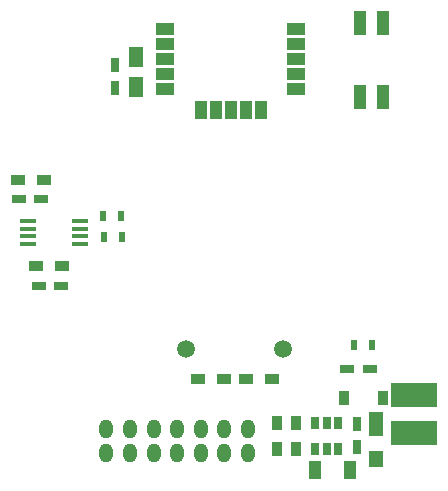
<source format=gts>
G04 #@! TF.GenerationSoftware,KiCad,Pcbnew,5.1.4-e60b266~84~ubuntu18.04.1*
G04 #@! TF.CreationDate,2019-11-18T18:01:23+02:00*
G04 #@! TF.ProjectId,livolo_1_channel_1way_eu_switch,6c69766f-6c6f-45f3-915f-6368616e6e65,rev?*
G04 #@! TF.SameCoordinates,Original*
G04 #@! TF.FileFunction,Soldermask,Top*
G04 #@! TF.FilePolarity,Negative*
%FSLAX46Y46*%
G04 Gerber Fmt 4.6, Leading zero omitted, Abs format (unit mm)*
G04 Created by KiCad (PCBNEW 5.1.4-e60b266~84~ubuntu18.04.1) date 2019-11-18 18:01:23*
%MOMM*%
%LPD*%
G04 APERTURE LIST*
%ADD10C,0.600000*%
%ADD11R,1.500000X1.000000*%
%ADD12R,1.000000X1.500000*%
%ADD13O,1.200000X1.600000*%
%ADD14R,1.000000X2.000000*%
%ADD15R,4.000000X2.000000*%
%ADD16R,1.200000X2.000000*%
%ADD17R,1.200000X1.400000*%
%ADD18R,0.900000X1.200000*%
%ADD19R,0.650000X1.060000*%
%ADD20C,1.500000*%
%ADD21R,1.200000X0.750000*%
%ADD22R,0.750000X1.200000*%
%ADD23R,1.200000X0.900000*%
%ADD24R,0.500000X0.900000*%
%ADD25R,1.260000X1.750000*%
%ADD26R,1.000000X1.600000*%
%ADD27R,1.450000X0.450000*%
G04 APERTURE END LIST*
D10*
X147690000Y-78730000D03*
X147690000Y-77460000D03*
X147690000Y-76190000D03*
X147690000Y-74920000D03*
D11*
X147740000Y-78730000D03*
X147740000Y-77460000D03*
X147740000Y-76190000D03*
X147740000Y-74920000D03*
X147740000Y-73650000D03*
D10*
X147690000Y-73650000D03*
X139660000Y-80600000D03*
X140930000Y-80600000D03*
X142200000Y-80600000D03*
X143470000Y-80600000D03*
X144740000Y-80600000D03*
D12*
X139660000Y-80550000D03*
X140930000Y-80550000D03*
X142200000Y-80550000D03*
X143470000Y-80550000D03*
X144740000Y-80550000D03*
D10*
X136590000Y-78730000D03*
X136590000Y-77460000D03*
X136590000Y-76190000D03*
X136590000Y-74920000D03*
D11*
X136640000Y-73650000D03*
X136640000Y-74920000D03*
X136640000Y-76190000D03*
X136640000Y-77460000D03*
X136640000Y-78730000D03*
D10*
X136590000Y-73650000D03*
D13*
X143650000Y-107550000D03*
X143650000Y-109550000D03*
X141650000Y-107550000D03*
X141650000Y-109550000D03*
X139650000Y-107550000D03*
X139650000Y-109550000D03*
X137650000Y-107550000D03*
X137650000Y-109550000D03*
X135650000Y-107550000D03*
X135650000Y-109550000D03*
X133650000Y-107550000D03*
X133650000Y-109550000D03*
X131650000Y-107550000D03*
X131650000Y-109550000D03*
D14*
X153100000Y-79425000D03*
X153100000Y-73175000D03*
X155100000Y-79425000D03*
X155100000Y-73175000D03*
D15*
X157700000Y-104650000D03*
X157700000Y-107900000D03*
D16*
X154500000Y-107100000D03*
D17*
X154500000Y-110100000D03*
D18*
X146100000Y-107000000D03*
X146100000Y-109200000D03*
D19*
X150300000Y-109200000D03*
X151250000Y-109200000D03*
X149350000Y-109200000D03*
X149350000Y-107000000D03*
X150300000Y-107000000D03*
X151250000Y-107000000D03*
D20*
X146600000Y-100800000D03*
X138400000Y-100800000D03*
D21*
X153950000Y-102500000D03*
X152050000Y-102500000D03*
D22*
X152900000Y-109050000D03*
X152900000Y-107150000D03*
D18*
X155050000Y-104900000D03*
X151750000Y-104900000D03*
X147700000Y-109200000D03*
X147700000Y-107000000D03*
D23*
X139400000Y-103300000D03*
X141600000Y-103300000D03*
X145700000Y-103300000D03*
X143500000Y-103300000D03*
D24*
X152650000Y-100400000D03*
X154150000Y-100400000D03*
D25*
X134200000Y-76025000D03*
X134200000Y-78575000D03*
D22*
X132400000Y-78650000D03*
X132400000Y-76750000D03*
D26*
X152300000Y-111000000D03*
X149300000Y-111000000D03*
D21*
X125950000Y-95400000D03*
X127850000Y-95400000D03*
X126150000Y-88100000D03*
X124250000Y-88100000D03*
D24*
X131400000Y-89500000D03*
X132900000Y-89500000D03*
X132950000Y-91300000D03*
X131450000Y-91300000D03*
D23*
X127900000Y-93700000D03*
X125700000Y-93700000D03*
X126350000Y-86500000D03*
X124150000Y-86500000D03*
D27*
X125000000Y-91875000D03*
X125000000Y-91225000D03*
X125000000Y-90575000D03*
X125000000Y-89925000D03*
X129400000Y-89925000D03*
X129400000Y-90575000D03*
X129400000Y-91225000D03*
X129400000Y-91875000D03*
M02*

</source>
